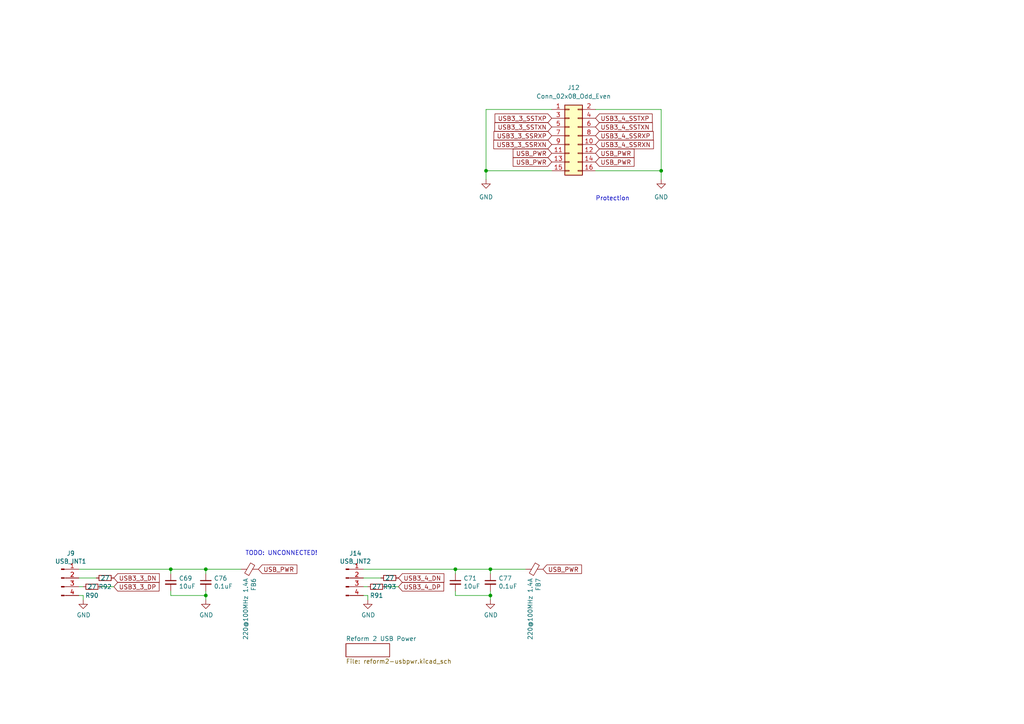
<source format=kicad_sch>
(kicad_sch (version 20231120) (generator "eeschema") (generator_version "8.0")
  (paper "A4")
  (title_block (title "MNT Reform 2 USB") (date "2023-02-13") (rev "2.5D-2") (company "MNT Research GmbH") (comment 1 "https://mntre.com") (comment 2 "Engineer: Lukas F. Hartmann") (comment 3 "License: CERN-OHL-S 2.0"))
  (lib_symbols
    (symbol "Connector:Conn_01x04_Male" (pin_names (offset 1.016) hide)
      (property "Reference" "J" (at 0 5.08 0))
      (property "Value" "Conn_01x04_Male" (at 0 -7.62 0))
      (symbol "Conn_01x04_Male_1_1"
        (polyline (pts (xy 1.27 -5.08) (xy 0.8636 -5.08)) (stroke (width 0.1524)))
        (polyline (pts (xy 1.27 -2.54) (xy 0.8636 -2.54)) (stroke (width 0.1524)))
        (polyline (pts (xy 1.27 0) (xy 0.8636 0)) (stroke (width 0.1524)))
        (polyline (pts (xy 1.27 2.54) (xy 0.8636 2.54)) (stroke (width 0.1524)))
        (rectangle (start 0.8636 -4.953) (end 0 -5.207) (stroke (width 0.1524)) (fill (type outline)))
        (rectangle (start 0.8636 -2.413) (end 0 -2.667) (stroke (width 0.1524)) (fill (type outline)))
        (rectangle (start 0.8636 0.127) (end 0 -0.127) (stroke (width 0.1524)) (fill (type outline)))
        (rectangle (start 0.8636 2.667) (end 0 2.413) (stroke (width 0.1524)) (fill (type outline)))
        (pin passive line (at 5.08 2.54 180) (length 3.81) (name "Pin_1") (number "1"))
        (pin passive line (at 5.08 0 180) (length 3.81) (name "Pin_2") (number "2"))
        (pin passive line (at 5.08 -2.54 180) (length 3.81) (name "Pin_3") (number "3"))
        (pin passive line (at 5.08 -5.08 180) (length 3.81) (name "Pin_4") (number "4"))
      )
    )
    (symbol "Connector_Generic:Conn_02x08_Odd_Even" (pin_names (offset 1.016) hide)
      (property "Reference" "J" (at 1.27 10.16 0))
      (property "Value" "Conn_02x08_Odd_Even" (at 1.27 -12.7 0))
      (symbol "Conn_02x08_Odd_Even_1_1"
        (rectangle (start -1.27 -10.033) (end 0 -10.287) (stroke (width 0.1524)))
        (rectangle (start -1.27 -7.493) (end 0 -7.747) (stroke (width 0.1524)))
        (rectangle (start -1.27 -4.953) (end 0 -5.207) (stroke (width 0.1524)))
        (rectangle (start -1.27 -2.413) (end 0 -2.667) (stroke (width 0.1524)))
        (rectangle (start -1.27 0.127) (end 0 -0.127) (stroke (width 0.1524)))
        (rectangle (start -1.27 2.667) (end 0 2.413) (stroke (width 0.1524)))
        (rectangle (start -1.27 5.207) (end 0 4.953) (stroke (width 0.1524)))
        (rectangle (start -1.27 7.747) (end 0 7.493) (stroke (width 0.1524)))
        (rectangle (start -1.27 8.89) (end 3.81 -11.43) (stroke (width 0.254)) (fill (type background)))
        (rectangle (start 3.81 -10.033) (end 2.54 -10.287) (stroke (width 0.1524)))
        (rectangle (start 3.81 -7.493) (end 2.54 -7.747) (stroke (width 0.1524)))
        (rectangle (start 3.81 -4.953) (end 2.54 -5.207) (stroke (width 0.1524)))
        (rectangle (start 3.81 -2.413) (end 2.54 -2.667) (stroke (width 0.1524)))
        (rectangle (start 3.81 0.127) (end 2.54 -0.127) (stroke (width 0.1524)))
        (rectangle (start 3.81 2.667) (end 2.54 2.413) (stroke (width 0.1524)))
        (rectangle (start 3.81 5.207) (end 2.54 4.953) (stroke (width 0.1524)))
        (rectangle (start 3.81 7.747) (end 2.54 7.493) (stroke (width 0.1524)))
        (pin passive line (at -5.08 7.62 0) (length 3.81) (name "Pin_1") (number "1"))
        (pin passive line (at 7.62 -2.54 180) (length 3.81) (name "Pin_10") (number "10"))
        (pin passive line (at -5.08 -5.08 0) (length 3.81) (name "Pin_11") (number "11"))
        (pin passive line (at 7.62 -5.08 180) (length 3.81) (name "Pin_12") (number "12"))
        (pin passive line (at -5.08 -7.62 0) (length 3.81) (name "Pin_13") (number "13"))
        (pin passive line (at 7.62 -7.62 180) (length 3.81) (name "Pin_14") (number "14"))
        (pin passive line (at -5.08 -10.16 0) (length 3.81) (name "Pin_15") (number "15"))
        (pin passive line (at 7.62 -10.16 180) (length 3.81) (name "Pin_16") (number "16"))
        (pin passive line (at 7.62 7.62 180) (length 3.81) (name "Pin_2") (number "2"))
        (pin passive line (at -5.08 5.08 0) (length 3.81) (name "Pin_3") (number "3"))
        (pin passive line (at 7.62 5.08 180) (length 3.81) (name "Pin_4") (number "4"))
        (pin passive line (at -5.08 2.54 0) (length 3.81) (name "Pin_5") (number "5"))
        (pin passive line (at 7.62 2.54 180) (length 3.81) (name "Pin_6") (number "6"))
        (pin passive line (at -5.08 0 0) (length 3.81) (name "Pin_7") (number "7"))
        (pin passive line (at 7.62 0 180) (length 3.81) (name "Pin_8") (number "8"))
        (pin passive line (at -5.08 -2.54 0) (length 3.81) (name "Pin_9") (number "9"))
      )
    )
    (symbol "Device:C_Small" (pin_numbers hide) (pin_names (offset 0.254) hide)
      (property "Reference" "C" (at 0.254 1.778 0))
      (property "Value" "C_Small" (at 0.254 -2.032 0))
      (symbol "C_Small_0_1"
        (polyline (pts (xy -1.524 -0.508) (xy 1.524 -0.508)) (stroke (width 0.3302)))
        (polyline (pts (xy -1.524 0.508) (xy 1.524 0.508)) (stroke (width 0.3048)))
      )
      (symbol "C_Small_1_1"
        (pin passive line (at 0 2.54 270) (length 2.032) (name "~") (number "1"))
        (pin passive line (at 0 -2.54 90) (length 2.032) (name "~") (number "2"))
      )
    )
    (symbol "Device:FerriteBead_Small" (pin_numbers hide) (pin_names (offset 0))
      (property "Reference" "FB" (at 1.905 1.27 0))
      (property "Value" "FerriteBead_Small" (at 1.905 -1.27 0))
      (symbol "FerriteBead_Small_0_1"
        (polyline (pts (xy 0 -1.27) (xy 0 -0.7874)))
        (polyline (pts (xy 0 0.889) (xy 0 1.2954)))
        (polyline (pts (xy -1.8288 0.2794) (xy -1.1176 1.4986) (xy 1.8288 -0.2032) (xy 1.1176 -1.4224) (xy -1.8288 0.2794)))
      )
      (symbol "FerriteBead_Small_1_1"
        (pin passive line (at 0 2.54 270) (length 1.27) (name "~") (number "1"))
        (pin passive line (at 0 -2.54 90) (length 1.27) (name "~") (number "2"))
      )
    )
    (symbol "Device:R_Small" (pin_numbers hide) (pin_names (offset 0.254) hide)
      (property "Reference" "R" (at 0.762 0.508 0))
      (property "Value" "R_Small" (at 0.762 -1.016 0))
      (symbol "R_Small_0_1"
        (rectangle (start -0.762 1.778) (end 0.762 -1.778) (stroke (width 0.2032)))
      )
      (symbol "R_Small_1_1"
        (pin passive line (at 0 2.54 270) (length 0.762) (name "~") (number "1"))
        (pin passive line (at 0 -2.54 90) (length 0.762) (name "~") (number "2"))
      )
    )
    (symbol "PWR_FLAG_1" (power) (pin_numbers hide) (pin_names (offset 0) hide)
      (property "Value" "PWR_FLAG_1" (at 0 3.81 0))
      (symbol "PWR_FLAG_1_0_0"
        (pin power_out line (at 0 0 90) (length 0) (name "pwr") (number "1"))
      )
      (symbol "PWR_FLAG_1_0_1"
        (polyline (pts (xy 0 0) (xy 0 1.27) (xy -1.016 1.905) (xy 0 2.54) (xy 1.016 1.905) (xy 0 1.27)))
      )
    )
    (symbol "power:+1V2" (power) (pin_names (offset 0))
      (property "Value" "+1V2" (at 0 3.556 0))
      (symbol "+1V2_0_1"
        (polyline (pts (xy -0.762 1.27) (xy 0 2.54)))
        (polyline (pts (xy 0 0) (xy 0 2.54)))
        (polyline (pts (xy 0 2.54) (xy 0.762 1.27)))
      )
      (symbol "+1V2_1_1"
        (pin power_in line (at 0 0 90) (length 0) hide (name "+1V2") (number "1"))
      )
    )
    (symbol "power:GND" (power) (pin_names (offset 0))
      (property "Value" "GND" (at 0 -3.81 0))
      (symbol "GND_0_1"
        (polyline (pts (xy 0 0) (xy 0 -1.27) (xy 1.27 -1.27) (xy 0 -2.54) (xy -1.27 -1.27) (xy 0 -1.27)))
      )
      (symbol "GND_1_1"
        (pin power_in line (at 0 0 270) (length 0) hide (name "GND") (number "1"))
      )
    )
  )
  (junction (at 110.49 -13.97))
  (junction (at 49.53 165.1))
  (junction (at 59.69 172.72))
  (junction (at 77.47 -54.61))
  (junction (at 72.39 -20.32))
  (junction (at 85.09 -54.61))
  (junction (at 107.95 -62.23))
  (junction (at 95.25 -20.32))
  (junction (at 92.71 -62.23))
  (junction (at 63.5 -20.32))
  (junction (at 87.63 -13.97))
  (junction (at 85.09 -62.23))
  (junction (at 87.63 -20.32))
  (junction (at 115.57 -62.23))
  (junction (at 118.11 -13.97))
  (junction (at 118.11 -20.32))
  (junction (at 102.87 -20.32))
  (junction (at 132.08 165.1))
  (junction (at 142.24 165.1))
  (junction (at 48.26 -13.97))
  (junction (at 110.49 -20.32))
  (junction (at 125.73 -20.32))
  (junction (at 77.47 -62.23))
  (junction (at 100.33 -62.23))
  (junction (at 80.01 -20.32))
  (junction (at 92.71 -54.61))
  (junction (at 140.97 49.53))
  (junction (at 125.73 -13.97))
  (junction (at 142.24 172.72))
  (junction (at 59.69 165.1))
  (junction (at 48.26 -20.32))
  (junction (at 69.85 -62.23))
  (junction (at 63.5 -13.97))
  (junction (at 80.01 -13.97))
  (junction (at 95.25 -13.97))
  (junction (at 107.95 -54.61))
  (junction (at 134.62 -20.32))
  (junction (at 102.87 -13.97))
  (junction (at 100.33 -54.61))
  (junction (at 55.88 -13.97))
  (junction (at 55.88 -20.32))
  (junction (at 72.39 -13.97))
  (junction (at 40.64 -20.32))
  (junction (at 191.77 49.53))
  (wire (pts (xy 55.88 -20.32) (xy 55.88 -19.05)))
  (wire (pts (xy 59.69 166.37) (xy 59.69 165.1)))
  (wire (pts (xy 142.24 165.1) (xy 152.4 165.1)))
  (wire (pts (xy 110.49 -20.32) (xy 118.11 -20.32)))
  (wire (pts (xy 102.87 -13.97) (xy 95.25 -13.97)))
  (wire (pts (xy 69.85 -55.88) (xy 69.85 -54.61)))
  (wire (pts (xy 36.83 -73.66) (xy 40.64 -73.66)))
  (wire (pts (xy 132.08 166.37) (xy 132.08 165.1)))
  (wire (pts (xy 100.33 -62.23) (xy 92.71 -62.23)))
  (wire (pts (xy 142.24 173.99) (xy 142.24 172.72)))
  (wire (pts (xy 140.97 49.53) (xy 140.97 31.75)))
  (wire (pts (xy 48.26 -13.97) (xy 40.64 -13.97)))
  (wire (pts (xy 125.73 -20.32) (xy 125.73 -19.05)))
  (wire (pts (xy 24.13 173.99) (xy 24.13 172.72)))
  (wire (pts (xy 107.95 -62.23) (xy 107.95 -60.96)))
  (wire (pts (xy 63.5 -20.32) (xy 63.5 -19.05)))
  (wire (pts (xy 24.13 172.72) (xy 22.86 172.72)))
  (wire (pts (xy 55.88 -13.97) (xy 63.5 -13.97)))
  (wire (pts (xy 40.64 -67.31) (xy 40.64 -62.23)))
  (wire (pts (xy 111.76 170.18) (xy 115.57 170.18)))
  (wire (pts (xy 77.47 -62.23) (xy 69.85 -62.23)))
  (wire (pts (xy 172.72 49.53) (xy 191.77 49.53)))
  (wire (pts (xy 142.24 166.37) (xy 142.24 165.1)))
  (wire (pts (xy 85.09 -62.23) (xy 77.47 -62.23)))
  (wire (pts (xy 85.09 -62.23) (xy 85.09 -60.96)))
  (wire (pts (xy 48.26 -20.32) (xy 55.88 -20.32)))
  (wire (pts (xy 69.85 -62.23) (xy 69.85 -60.96)))
  (wire (pts (xy 55.88 -20.32) (xy 63.5 -20.32)))
  (wire (pts (xy 107.95 -62.23) (xy 100.33 -62.23)))
  (wire (pts (xy 40.64 -73.66) (xy 40.64 -72.39)))
  (wire (pts (xy 191.77 49.53) (xy 191.77 31.75)))
  (wire (pts (xy 85.09 -55.88) (xy 85.09 -54.61)))
  (wire (pts (xy 27.94 167.64) (xy 22.86 167.64)))
  (wire (pts (xy 140.97 49.53) (xy 160.02 49.53)))
  (wire (pts (xy 63.5 -20.32) (xy 72.39 -20.32)))
  (wire (pts (xy 72.39 -20.32) (xy 80.01 -20.32)))
  (wire (pts (xy 87.63 -20.32) (xy 95.25 -20.32)))
  (wire (pts (xy 132.08 171.45) (xy 132.08 172.72)))
  (wire (pts (xy 77.47 -55.88) (xy 77.47 -54.61)))
  (wire (pts (xy 100.33 -62.23) (xy 100.33 -60.96)))
  (wire (pts (xy 125.73 -13.97) (xy 118.11 -13.97)))
  (wire (pts (xy 85.09 -54.61) (xy 77.47 -54.61)))
  (wire (pts (xy 125.73 -10.16) (xy 125.73 -13.97)))
  (wire (pts (xy 59.69 172.72) (xy 59.69 171.45)))
  (wire (pts (xy 142.24 172.72) (xy 142.24 171.45)))
  (wire (pts (xy 63.5 -13.97) (xy 72.39 -13.97)))
  (wire (pts (xy 115.57 -62.23) (xy 119.38 -62.23)))
  (wire (pts (xy 107.95 -54.61) (xy 100.33 -54.61)))
  (wire (pts (xy 55.88 -13.97) (xy 48.26 -13.97)))
  (wire (pts (xy 107.95 -50.8) (xy 107.95 -54.61)))
  (wire (pts (xy 110.49 -13.97) (xy 102.87 -13.97)))
  (wire (pts (xy 92.71 -55.88) (xy 92.71 -54.61)))
  (wire (pts (xy 118.11 -20.32) (xy 118.11 -19.05)))
  (wire (pts (xy 95.25 -20.32) (xy 102.87 -20.32)))
  (wire (pts (xy 92.71 -62.23) (xy 85.09 -62.23)))
  (wire (pts (xy 48.26 -20.32) (xy 48.26 -19.05)))
  (wire (pts (xy 125.73 -20.32) (xy 134.62 -20.32)))
  (wire (pts (xy 102.87 -20.32) (xy 110.49 -20.32)))
  (wire (pts (xy 22.86 170.18) (xy 24.13 170.18)))
  (wire (pts (xy 95.25 -13.97) (xy 87.63 -13.97)))
  (wire (pts (xy 40.64 -36.83) (xy 40.64 -34.29)))
  (wire (pts (xy 22.86 165.1) (xy 49.53 165.1)))
  (wire (pts (xy 100.33 -55.88) (xy 100.33 -54.61)))
  (wire (pts (xy 29.21 170.18) (xy 33.02 170.18)))
  (wire (pts (xy 106.68 170.18) (xy 105.41 170.18)))
  (wire (pts (xy 49.53 172.72) (xy 59.69 172.72)))
  (wire (pts (xy 59.69 173.99) (xy 59.69 172.72)))
  (wire (pts (xy 87.63 -20.32) (xy 87.63 -19.05)))
  (wire (pts (xy 72.39 -13.97) (xy 80.01 -13.97)))
  (wire (pts (xy 140.97 31.75) (xy 160.02 31.75)))
  (wire (pts (xy 49.53 171.45) (xy 49.53 172.72)))
  (wire (pts (xy 191.77 52.07) (xy 191.77 49.53)))
  (wire (pts (xy 87.63 -13.97) (xy 80.01 -13.97)))
  (wire (pts (xy 118.11 -13.97) (xy 110.49 -13.97)))
  (wire (pts (xy 132.08 172.72) (xy 142.24 172.72)))
  (wire (pts (xy 110.49 167.64) (xy 105.41 167.64)))
  (wire (pts (xy 134.62 -20.32) (xy 139.7 -20.32)))
  (wire (pts (xy 106.68 172.72) (xy 105.41 172.72)))
  (wire (pts (xy 102.87 -20.32) (xy 102.87 -19.05)))
  (wire (pts (xy 40.64 -62.23) (xy 69.85 -62.23)))
  (wire (pts (xy 40.64 -20.32) (xy 40.64 -19.05)))
  (wire (pts (xy 49.53 166.37) (xy 49.53 165.1)))
  (wire (pts (xy 142.24 165.1) (xy 132.08 165.1)))
  (wire (pts (xy 140.97 52.07) (xy 140.97 49.53)))
  (wire (pts (xy 77.47 -54.61) (xy 69.85 -54.61)))
  (wire (pts (xy 106.68 173.99) (xy 106.68 172.72)))
  (wire (pts (xy 77.47 -62.23) (xy 77.47 -60.96)))
  (wire (pts (xy 105.41 165.1) (xy 132.08 165.1)))
  (wire (pts (xy 118.11 -20.32) (xy 125.73 -20.32)))
  (wire (pts (xy 92.71 -62.23) (xy 92.71 -60.96)))
  (wire (pts (xy 172.72 31.75) (xy 191.77 31.75)))
  (wire (pts (xy 95.25 -20.32) (xy 95.25 -19.05)))
  (wire (pts (xy 59.69 165.1) (xy 49.53 165.1)))
  (wire (pts (xy 92.71 -54.61) (xy 85.09 -54.61)))
  (wire (pts (xy 59.69 165.1) (xy 69.85 165.1)))
  (wire (pts (xy 72.39 -20.32) (xy 72.39 -19.05)))
  (wire (pts (xy 107.95 -62.23) (xy 115.57 -62.23)))
  (wire (pts (xy 40.64 -20.32) (xy 48.26 -20.32)))
  (wire (pts (xy 107.95 -55.88) (xy 107.95 -54.61)))
  (wire (pts (xy 80.01 -20.32) (xy 80.01 -19.05)))
  (wire (pts (xy 40.64 -29.21) (xy 40.64 -20.32)))
  (wire (pts (xy 100.33 -54.61) (xy 92.71 -54.61)))
  (wire (pts (xy 110.49 -20.32) (xy 110.49 -19.05)))
  (wire (pts (xy 80.01 -20.32) (xy 87.63 -20.32)))
  (text "USB Hub" (at 68.58 -90.17 0) (effects (font (size 2.54 2.54)) (justify left bottom)))
  (text "Up to 780mA load!" (at 31.75 -44.45 0) (effects (font (size 1.27 1.27)) (justify left bottom)))
  (text "1V1 is slightly overdriven by 1.2V. Datasheet says 1.26V max." (at 46.99 -29.21 0) (effects (font (size 1.27 1.27)) (justify left bottom)))
  (text "TODO: UNCONNECTED!" (at 71.12 161.29 0) (effects (font (size 1.27 1.27)) (justify left bottom)))
  (text "Protection" (at 172.72 58.42 0) (effects (font (size 1.27 1.27)) (justify left bottom)))
  (global_label "USB_PWR" (shape input) (at 172.72 46.99 0) (property "Intersheetrefs" "${INTERSHEET_REFS}" (effects (hide yes))))
  (global_label "USB3_3_DP" (shape input) (at 33.02 170.18 0) (property "Intersheetrefs" "${INTERSHEET_REFS}" (effects (hide yes))))
  (global_label "USB3_3_SSRXN" (shape input) (at 160.02 41.91 180) (property "Intersheetrefs" "${INTERSHEET_REFS}" (effects (hide yes))))
  (global_label "USB_PWR" (shape input) (at 74.93 165.1 0) (property "Intersheetrefs" "${INTERSHEET_REFS}" (effects (hide yes))))
  (global_label "USB3_4_SSTXN" (shape input) (at 172.72 36.83 0) (property "Intersheetrefs" "${INTERSHEET_REFS}" (effects (hide yes))))
  (global_label "USB_PWR" (shape input) (at 160.02 46.99 180) (property "Intersheetrefs" "${INTERSHEET_REFS}" (effects (hide yes))))
  (global_label "USB3_4_SSRXN" (shape input) (at 172.72 41.91 0) (property "Intersheetrefs" "${INTERSHEET_REFS}" (effects (hide yes))))
  (global_label "USB3_4_SSTXP" (shape input) (at 172.72 34.29 0) (property "Intersheetrefs" "${INTERSHEET_REFS}" (effects (hide yes))))
  (global_label "USB3_4_DN" (shape input) (at 115.57 167.64 0) (property "Intersheetrefs" "${INTERSHEET_REFS}" (effects (hide yes))))
  (global_label "USB_PWR" (shape input) (at 172.72 44.45 0) (property "Intersheetrefs" "${INTERSHEET_REFS}" (effects (hide yes))))
  (global_label "USB_PWR" (shape input) (at 157.48 165.1 0) (property "Intersheetrefs" "${INTERSHEET_REFS}" (effects (hide yes))))
  (global_label "USB3_3_DN" (shape input) (at 33.02 167.64 0) (property "Intersheetrefs" "${INTERSHEET_REFS}" (effects (hide yes))))
  (global_label "3V3_PWR_AUX" (shape input) (at 36.83 -73.66 180) (property "Intersheetrefs" "${INTERSHEET_REFS}" (effects (hide yes))))
  (global_label "USB3_3_SSRXP" (shape input) (at 160.02 39.37 180) (property "Intersheetrefs" "${INTERSHEET_REFS}" (effects (hide yes))))
  (global_label "USBH_1V1" (shape input) (at 139.7 -20.32 0) (property "Intersheetrefs" "${INTERSHEET_REFS}" (effects (hide yes))))
  (global_label "USB3_3_SSTXP" (shape input) (at 160.02 34.29 180) (property "Intersheetrefs" "${INTERSHEET_REFS}" (effects (hide yes))))
  (global_label "USB3_4_DP" (shape input) (at 115.57 170.18 0) (property "Intersheetrefs" "${INTERSHEET_REFS}" (effects (hide yes))))
  (global_label "USB3_4_SSRXP" (shape input) (at 172.72 39.37 0) (property "Intersheetrefs" "${INTERSHEET_REFS}" (effects (hide yes))))
  (global_label "USB_PWR" (shape input) (at 160.02 44.45 180) (property "Intersheetrefs" "${INTERSHEET_REFS}" (effects (hide yes))))
  (global_label "USBH_3V3" (shape input) (at 119.38 -62.23 0) (property "Intersheetrefs" "${INTERSHEET_REFS}" (effects (hide yes))))
  (global_label "USB3_3_SSTXN" (shape input) (at 160.02 36.83 180) (property "Intersheetrefs" "${INTERSHEET_REFS}" (effects (hide yes))))
  (symbol (lib_id "power:GND") (at 24.13 173.99 0) (unit 1)
    (property "Reference" "#PWR0195" (effects (hide yes)))
    (property "Value" "GND" (at 24.257 178.3842 0))
  )
  (symbol (lib_id "power:GND") (at 106.68 173.99 0) (unit 1)
    (property "Reference" "#PWR0196" (effects (hide yes)))
    (property "Value" "GND" (at 106.807 178.3842 0))
  )
  (symbol (lib_id "Device:R_Small") (at 26.67 170.18 270) (unit 1)
    (property "Reference" "R90" (at 26.67 172.72 90))
    (property "Value" "27" (at 26.67 170.18 90))
    (property "Footprint" "Resistor_SMD:R_0603_1608Metric" (effects (hide yes)))
    (property "Manufacturer" "Yageo" (effects (hide yes)))
    (property "Manufacturer_No" "RC0603FR-0727RL" (effects (hide yes)))
    (property "Checked" "y" (effects (hide yes)))
    (property "Distributor" "Mouser" (effects (hide yes)))
  )
  (symbol (lib_id "Device:R_Small") (at 30.48 167.64 270) (unit 1)
    (property "Reference" "R92" (at 30.48 170.18 90))
    (property "Value" "27" (at 30.48 167.64 90))
    (property "Footprint" "Resistor_SMD:R_0603_1608Metric" (effects (hide yes)))
    (property "Manufacturer" "Yageo" (effects (hide yes)))
    (property "Manufacturer_No" "RC0603FR-0727RL" (effects (hide yes)))
    (property "Checked" "y" (effects (hide yes)))
    (property "Distributor" "Mouser" (effects (hide yes)))
  )
  (symbol (lib_id "Device:R_Small") (at 109.22 170.18 270) (unit 1)
    (property "Reference" "R91" (at 109.22 172.72 90))
    (property "Value" "27" (at 109.22 170.18 90))
    (property "Footprint" "Resistor_SMD:R_0603_1608Metric" (effects (hide yes)))
    (property "Manufacturer" "Yageo" (effects (hide yes)))
    (property "Manufacturer_No" "RC0603FR-0727RL" (effects (hide yes)))
    (property "Checked" "y" (effects (hide yes)))
    (property "Distributor" "Mouser" (effects (hide yes)))
  )
  (symbol (lib_id "Device:R_Small") (at 113.03 167.64 270) (unit 1)
    (property "Reference" "R93" (at 113.03 170.18 90))
    (property "Value" "27" (at 113.03 167.64 90))
    (property "Footprint" "Resistor_SMD:R_0603_1608Metric" (effects (hide yes)))
    (property "Manufacturer" "Yageo" (effects (hide yes)))
    (property "Manufacturer_No" "RC0603FR-0727RL" (effects (hide yes)))
    (property "Checked" "y" (effects (hide yes)))
    (property "Distributor" "Mouser" (effects (hide yes)))
  )
  (symbol (lib_id "Device:FerriteBead_Small") (at 40.64 -31.75 0) (unit 1)
    (property "Reference" "FB2" (at 34.29 -34.29 0) (effects (justify left)))
    (property "Value" "220@100MHz 1.4A" (at 20.32 -31.75 0) (effects (justify left)))
    (property "Footprint" "Inductor_SMD:L_0603_1608Metric" (effects (hide yes)))
    (property "Manufacturer" "Murata" (effects (hide yes)))
    (property "Manufacturer_No" "BLM18PG221SH1D" (effects (hide yes)))
    (property "Checked" "y" (effects (hide yes)))
    (property "Distributor" "Mouser" (effects (hide yes)))
  )
  (symbol (lib_id "Device:FerriteBead_Small") (at 40.64 -69.85 0) (unit 1)
    (property "Reference" "FB1" (at 43.18 -71.0184 0) (effects (justify left)))
    (property "Value" "220@100MHz 1.4A" (at 43.18 -68.707 0) (effects (justify left)))
    (property "Footprint" "Inductor_SMD:L_0603_1608Metric" (effects (hide yes)))
    (property "Manufacturer_No" "BLM18PG221SH1D" (effects (hide yes)))
    (property "Manufacturer" "Murata" (effects (hide yes)))
    (property "Checked" "y" (effects (hide yes)))
    (property "Distributor" "Mouser" (effects (hide yes)))
  )
  (symbol (lib_id "Connector:Conn_01x04_Male") (at 100.33 167.64 0) (unit 1)
    (property "Reference" "J14" (at 103.0732 160.5026 0))
    (property "Value" "USB_INT2" (at 103.0732 162.814 0))
    (property "Footprint" "Connector_JST:JST_PH_B4B-PH-K_1x04_P2.00mm_Vertical" (effects (hide yes)))
    (property "Manufacturer" "JST" (effects (hide yes)))
    (property "Manufacturer_No" "B4B-PH-K-S(LF)(SN)" (effects (hide yes)))
    (property "Checked" "y" (effects (hide yes)))
    (property "Distributor" "Digikey" (effects (hide yes)))
  )
  (symbol (lib_id "Device:C_Small") (at 59.69 168.91 0) (unit 1)
    (property "Reference" "C76" (at 62.0268 167.7416 0) (effects (justify left)))
    (property "Value" "0.1uF" (at 62.0268 170.053 0) (effects (justify left)))
    (property "Footprint" "Capacitor_SMD:C_0603_1608Metric" (effects (hide yes)))
    (property "Manufacturer" "Yageo" (effects (hide yes)))
    (property "Manufacturer_No" "CC0603JPX7R9BB104" (effects (hide yes)))
    (property "Checked" "y" (effects (hide yes)))
    (property "Distributor" "Mouser" (effects (hide yes)))
  )
  (symbol (lib_id "power:GND") (at 59.69 173.99 0) (unit 1)
    (property "Reference" "#PWR0201" (effects (hide yes)))
    (property "Value" "GND" (at 59.817 178.3842 0))
  )
  (symbol (lib_id "Device:C_Small") (at 142.24 168.91 0) (unit 1)
    (property "Reference" "C77" (at 144.5768 167.7416 0) (effects (justify left)))
    (property "Value" "0.1uF" (at 144.5768 170.053 0) (effects (justify left)))
    (property "Footprint" "Capacitor_SMD:C_0603_1608Metric" (effects (hide yes)))
    (property "Manufacturer" "Yageo" (effects (hide yes)))
    (property "Manufacturer_No" "CC0603JPX7R9BB104" (effects (hide yes)))
    (property "Checked" "y" (effects (hide yes)))
    (property "Distributor" "Mouser" (effects (hide yes)))
  )
  (symbol (lib_id "power:GND") (at 142.24 173.99 0) (unit 1)
    (property "Reference" "#PWR0202" (effects (hide yes)))
    (property "Value" "GND" (at 142.367 178.3842 0))
  )
  (symbol (lib_id "Device:FerriteBead_Small") (at 72.39 165.1 270) (unit 1)
    (property "Reference" "FB6" (at 73.5584 167.64 0) (effects (justify left)))
    (property "Value" "220@100MHz 1.4A" (at 71.247 167.64 0) (effects (justify left)))
    (property "Footprint" "Inductor_SMD:L_0603_1608Metric" (effects (hide yes)))
    (property "Manufacturer_No" "BLM18PG221SH1D" (effects (hide yes)))
    (property "Manufacturer" "Murata" (effects (hide yes)))
    (property "Checked" "y" (effects (hide yes)))
    (property "Distributor" "Mouser" (effects (hide yes)))
  )
  (symbol (lib_id "Device:FerriteBead_Small") (at 154.94 165.1 270) (unit 1)
    (property "Reference" "FB7" (at 156.1084 167.64 0) (effects (justify left)))
    (property "Value" "220@100MHz 1.4A" (at 153.797 167.64 0) (effects (justify left)))
    (property "Footprint" "Inductor_SMD:L_0603_1608Metric" (effects (hide yes)))
    (property "Manufacturer_No" "BLM18PG221SH1D" (effects (hide yes)))
    (property "Manufacturer" "Murata" (effects (hide yes)))
    (property "Checked" "y" (effects (hide yes)))
    (property "Distributor" "Mouser" (effects (hide yes)))
  )
  (symbol (lib_id "power:+1V2") (at 40.64 -36.83 0) (unit 1)
    (property "Reference" "#PWR0216" (effects (hide yes)))
    (property "Value" "+1V2" (at 41.021 -41.2242 0))
  )
  (symbol (lib_id "Device:C_Small") (at 49.53 168.91 0) (unit 1)
    (property "Reference" "C69" (at 51.8668 167.7416 0) (effects (justify left)))
    (property "Value" "10uF" (at 51.8668 170.053 0) (effects (justify left)))
    (property "Footprint" "Capacitor_SMD:C_0603_1608Metric" (effects (hide yes)))
    (property "Manufacturer" "Murata" (effects (hide yes)))
    (property "Manufacturer_No" "GRM188R6YA106MA73D" (effects (hide yes)))
    (property "Checked" "y" (effects (hide yes)))
    (property "Distributor" "Mouser" (effects (hide yes)))
  )
  (symbol (lib_id "Device:C_Small") (at 132.08 168.91 0) (unit 1)
    (property "Reference" "C71" (at 134.4168 167.7416 0) (effects (justify left)))
    (property "Value" "10uF" (at 134.4168 170.053 0) (effects (justify left)))
    (property "Footprint" "Capacitor_SMD:C_0603_1608Metric" (effects (hide yes)))
    (property "Manufacturer" "Murata" (effects (hide yes)))
    (property "Manufacturer_No" "GRM188R6YA106MA73D" (effects (hide yes)))
    (property "Checked" "y" (effects (hide yes)))
    (property "Distributor" "Mouser" (effects (hide yes)))
  )
  (symbol (lib_id "Connector:Conn_01x04_Male") (at 17.78 167.64 0) (unit 1)
    (property "Reference" "J9" (at 20.5232 160.5026 0))
    (property "Value" "USB_INT1" (at 20.5232 162.814 0))
    (property "Footprint" "Connector_JST:JST_PH_B4B-PH-K_1x04_P2.00mm_Vertical" (effects (hide yes)))
    (property "Manufacturer" "JST" (effects (hide yes)))
    (property "Manufacturer_No" "B4B-PH-K-S(LF)(SN)" (effects (hide yes)))
    (property "Checked" "y" (effects (hide yes)))
    (property "Distributor" "Digikey" (effects (hide yes)))
  )
  (symbol (lib_id "Device:C_Small") (at 107.95 -58.42 0) (mirror y) (unit 1)
    (property "Reference" "C89" (at 107.696 -60.198 0) (effects (justify left)))
    (property "Value" "1uF" (at 110.49 -64.77 0) (effects (justify left)))
    (property "Footprint" "Capacitor_SMD:C_0603_1608Metric" (effects (hide yes)))
    (property "Manufacturer" "Taiyo Yuden" (effects (hide yes)))
    (property "Manufacturer_No" "UMK107BJ105KA-T" (effects (hide yes)))
    (property "Checked" "y" (effects (hide yes)))
    (property "Distributor" "Mouser" (effects (hide yes)))
  )
  (symbol (lib_id "Device:C_Small") (at 69.85 -58.42 0) (mirror y) (unit 1)
    (property "Reference" "C14" (at 69.596 -60.198 0) (effects (justify left)))
    (property "Value" "0.1uF" (at 72.39 -64.77 0) (effects (justify left)))
    (property "Footprint" "Capacitor_SMD:C_0603_1608Metric" (effects (hide yes)))
    (property "Manufacturer" "Yageo" (effects (hide yes)))
    (property "Manufacturer_No" "CC0603JPX7R9BB104" (effects (hide yes)))
    (property "Checked" "y" (effects (hide yes)))
    (property "Distributor" "Mouser" (effects (hide yes)))
  )
  (symbol (lib_id "Device:C_Small") (at 125.73 -16.51 0) (mirror y) (unit 1)
    (property "Reference" "C92" (at 125.476 -18.288 0) (effects (justify left)))
    (property "Value" "10uF" (at 128.27 -22.86 0) (effects (justify left)))
    (property "Footprint" "Capacitor_SMD:C_0603_1608Metric" (effects (hide yes)))
    (property "Manufacturer" "Murata" (effects (hide yes)))
    (property "Manufacturer_No" "GRM188R6YA106MA73D" (effects (hide yes)))
    (property "Checked" "y" (effects (hide yes)))
    (property "Distributor" "Mouser" (effects (hide yes)))
  )
  (symbol (lib_name "PWR_FLAG_1") (lib_id "power:PWR_FLAG") (at 115.57 -62.23 0) (unit 1)
    (property "Reference" "#FLG0124" (effects (hide yes)))
    (property "Value" "PWR_FLAG" (at 115.57 -66.04 0))
  )
  (symbol (lib_id "power:GND") (at 107.95 -50.8 0) (unit 1)
    (property "Reference" "#PWR0253" (effects (hide yes)))
    (property "Value" "GND" (at 107.95 -45.72 0))
  )
  (symbol (lib_id "Device:C_Small") (at 118.11 -16.51 0) (mirror y) (unit 1)
    (property "Reference" "C91" (at 117.856 -18.288 0) (effects (justify left)))
    (property "Value" "10uF" (at 120.65 -22.86 0) (effects (justify left)))
    (property "Footprint" "Capacitor_SMD:C_0603_1608Metric" (effects (hide yes)))
    (property "Manufacturer" "Murata" (effects (hide yes)))
    (property "Manufacturer_No" "GRM188R6YA106MA73D" (effects (hide yes)))
    (property "Checked" "y" (effects (hide yes)))
    (property "Distributor" "Mouser" (effects (hide yes)))
  )
  (symbol (lib_id "Device:C_Small") (at 100.33 -58.42 0) (mirror y) (unit 1)
    (property "Reference" "C87" (at 100.076 -60.198 0) (effects (justify left)))
    (property "Value" "1uF" (at 102.87 -64.77 0) (effects (justify left)))
    (property "Footprint" "Capacitor_SMD:C_0603_1608Metric" (effects (hide yes)))
    (property "Manufacturer" "Taiyo Yuden" (effects (hide yes)))
    (property "Manufacturer_No" "UMK107BJ105KA-T" (effects (hide yes)))
    (property "Checked" "y" (effects (hide yes)))
    (property "Distributor" "Mouser" (effects (hide yes)))
  )
  (symbol (lib_id "Device:C_Small") (at 95.25 -16.51 0) (mirror y) (unit 1)
    (property "Reference" "C86" (at 94.996 -18.288 0) (effects (justify left)))
    (property "Value" "0.1uF" (at 97.79 -22.86 0) (effects (justify left)))
    (property "Footprint" "Capacitor_SMD:C_0603_1608Metric" (effects (hide yes)))
    (property "Manufacturer" "Yageo" (effects (hide yes)))
    (property "Manufacturer_No" "CC0603JPX7R9BB104" (effects (hide yes)))
    (property "Checked" "y" (effects (hide yes)))
    (property "Distributor" "Mouser" (effects (hide yes)))
  )
  (symbol (lib_id "Device:C_Small") (at 80.01 -16.51 0) (mirror y) (unit 1)
    (property "Reference" "C21" (at 79.756 -18.288 0) (effects (justify left)))
    (property "Value" "0.1uF" (at 82.55 -22.86 0) (effects (justify left)))
    (property "Footprint" "Capacitor_SMD:C_0603_1608Metric" (effects (hide yes)))
    (property "Manufacturer" "Yageo" (effects (hide yes)))
    (property "Manufacturer_No" "CC0603JPX7R9BB104" (effects (hide yes)))
    (property "Checked" "y" (effects (hide yes)))
    (property "Distributor" "Mouser" (effects (hide yes)))
  )
  (symbol (lib_id "Device:C_Small") (at 92.71 -58.42 0) (mirror y) (unit 1)
    (property "Reference" "C73" (at 92.456 -60.198 0) (effects (justify left)))
    (property "Value" "1uF" (at 95.25 -64.77 0) (effects (justify left)))
    (property "Footprint" "Capacitor_SMD:C_0603_1608Metric" (effects (hide yes)))
    (property "Manufacturer" "Taiyo Yuden" (effects (hide yes)))
    (property "Manufacturer_No" "UMK107BJ105KA-T" (effects (hide yes)))
    (property "Checked" "y" (effects (hide yes)))
    (property "Distributor" "Mouser" (effects (hide yes)))
  )
  (symbol (lib_id "power:GND") (at 140.97 52.07 0) (unit 1)
    (property "Reference" "#PWR0259" (effects (hide yes)))
    (property "Value" "GND" (at 140.97 57.15 0))
  )
  (symbol (lib_id "Device:C_Small") (at 72.39 -16.51 0) (mirror y) (unit 1)
    (property "Reference" "C15" (at 72.136 -18.288 0) (effects (justify left)))
    (property "Value" "0.1uF" (at 74.93 -22.86 0) (effects (justify left)))
    (property "Footprint" "Capacitor_SMD:C_0603_1608Metric" (effects (hide yes)))
    (property "Manufacturer" "Yageo" (effects (hide yes)))
    (property "Manufacturer_No" "CC0603JPX7R9BB104" (effects (hide yes)))
    (property "Checked" "y" (effects (hide yes)))
    (property "Distributor" "Mouser" (effects (hide yes)))
  )
  (symbol (lib_id "Device:C_Small") (at 55.88 -16.51 0) (mirror y) (unit 1)
    (property "Reference" "C12" (at 55.626 -18.288 0) (effects (justify left)))
    (property "Value" "0.1uF" (at 58.42 -22.86 0) (effects (justify left)))
    (property "Footprint" "Capacitor_SMD:C_0603_1608Metric" (effects (hide yes)))
    (property "Manufacturer" "Yageo" (effects (hide yes)))
    (property "Manufacturer_No" "CC0603JPX7R9BB104" (effects (hide yes)))
    (property "Checked" "y" (effects (hide yes)))
    (property "Distributor" "Mouser" (effects (hide yes)))
  )
  (symbol (lib_id "Device:C_Small") (at 87.63 -16.51 0) (mirror y) (unit 1)
    (property "Reference" "C66" (at 87.376 -18.288 0) (effects (justify left)))
    (property "Value" "0.1uF" (at 90.17 -22.86 0) (effects (justify left)))
    (property "Footprint" "Capacitor_SMD:C_0603_1608Metric" (effects (hide yes)))
    (property "Manufacturer" "Yageo" (effects (hide yes)))
    (property "Manufacturer_No" "CC0603JPX7R9BB104" (effects (hide yes)))
    (property "Checked" "y" (effects (hide yes)))
    (property "Distributor" "Mouser" (effects (hide yes)))
  )
  (symbol (lib_id "Device:C_Small") (at 102.87 -16.51 0) (mirror y) (unit 1)
    (property "Reference" "C88" (at 102.616 -18.288 0) (effects (justify left)))
    (property "Value" "0.1uF" (at 105.41 -22.86 0) (effects (justify left)))
    (property "Footprint" "Capacitor_SMD:C_0603_1608Metric" (effects (hide yes)))
    (property "Manufacturer" "Yageo" (effects (hide yes)))
    (property "Manufacturer_No" "CC0603JPX7R9BB104" (effects (hide yes)))
    (property "Checked" "y" (effects (hide yes)))
    (property "Distributor" "Mouser" (effects (hide yes)))
  )
  (symbol (lib_id "power:GND") (at 125.73 -10.16 0) (unit 1)
    (property "Reference" "#PWR0243" (effects (hide yes)))
    (property "Value" "GND" (at 125.73 -5.08 0))
  )
  (symbol (lib_id "Device:C_Small") (at 110.49 -16.51 0) (mirror y) (unit 1)
    (property "Reference" "C90" (at 110.236 -18.288 0) (effects (justify left)))
    (property "Value" "0.1uF" (at 113.03 -22.86 0) (effects (justify left)))
    (property "Footprint" "Capacitor_SMD:C_0603_1608Metric" (effects (hide yes)))
    (property "Manufacturer" "Yageo" (effects (hide yes)))
    (property "Manufacturer_No" "CC0603JPX7R9BB104" (effects (hide yes)))
    (property "Checked" "y" (effects (hide yes)))
    (property "Distributor" "Mouser" (effects (hide yes)))
  )
  (symbol (lib_id "Device:C_Small") (at 85.09 -58.42 0) (mirror y) (unit 1)
    (property "Reference" "C43" (at 84.836 -60.198 0) (effects (justify left)))
    (property "Value" "0.1uF" (at 87.63 -64.77 0) (effects (justify left)))
    (property "Footprint" "Capacitor_SMD:C_0603_1608Metric" (effects (hide yes)))
    (property "Manufacturer" "Yageo" (effects (hide yes)))
    (property "Manufacturer_No" "CC0603JPX7R9BB104" (effects (hide yes)))
    (property "Checked" "y" (effects (hide yes)))
    (property "Distributor" "Mouser" (effects (hide yes)))
  )
  (symbol (lib_id "Device:C_Small") (at 48.26 -16.51 0) (mirror y) (unit 1)
    (property "Reference" "C11" (at 48.006 -18.288 0) (effects (justify left)))
    (property "Value" "0.1uF" (at 50.8 -22.86 0) (effects (justify left)))
    (property "Footprint" "Capacitor_SMD:C_0603_1608Metric" (effects (hide yes)))
    (property "Manufacturer" "Yageo" (effects (hide yes)))
    (property "Manufacturer_No" "CC0603JPX7R9BB104" (effects (hide yes)))
    (property "Checked" "y" (effects (hide yes)))
    (property "Distributor" "Mouser" (effects (hide yes)))
  )
  (symbol (lib_id "Connector_Generic:Conn_02x08_Odd_Even") (at 165.1 39.37 0) (unit 1)
    (property "Reference" "J12" (at 166.37 25.4 0))
    (property "Value" "Conn_02x08_Odd_Even" (at 166.37 27.94 0))
    (property "Footprint" "Connector_PinHeader_1.00mm:PinHeader_2x08_P1.00mm_Vertical_SMD" (effects (hide yes)))
    (property "Manufacturer" "Harwin" (effects (hide yes)))
    (property "Distributor" "Mouser" (effects (hide yes)))
    (property "Manufacturer_No" "M40-3200845R" (effects (hide yes)))
  )
  (symbol (lib_name "PWR_FLAG_1") (lib_id "power:PWR_FLAG") (at 134.62 -20.32 0) (unit 1)
    (property "Reference" "#FLG0125" (effects (hide yes)))
    (property "Value" "PWR_FLAG" (at 134.62 -24.13 0))
  )
  (symbol (lib_id "Device:C_Small") (at 77.47 -58.42 0) (mirror y) (unit 1)
    (property "Reference" "C20" (at 77.216 -60.198 0) (effects (justify left)))
    (property "Value" "0.1uF" (at 80.01 -64.77 0) (effects (justify left)))
    (property "Footprint" "Capacitor_SMD:C_0603_1608Metric" (effects (hide yes)))
    (property "Manufacturer" "Yageo" (effects (hide yes)))
    (property "Manufacturer_No" "CC0603JPX7R9BB104" (effects (hide yes)))
    (property "Checked" "y" (effects (hide yes)))
    (property "Distributor" "Mouser" (effects (hide yes)))
  )
  (symbol (lib_id "power:GND") (at 191.77 52.07 0) (unit 1)
    (property "Reference" "#PWR0258" (effects (hide yes)))
    (property "Value" "GND" (at 191.77 57.15 0))
  )
  (symbol (lib_id "Device:C_Small") (at 63.5 -16.51 0) (mirror y) (unit 1)
    (property "Reference" "C13" (at 63.246 -18.288 0) (effects (justify left)))
    (property "Value" "0.1uF" (at 66.04 -22.86 0) (effects (justify left)))
    (property "Footprint" "Capacitor_SMD:C_0603_1608Metric" (effects (hide yes)))
    (property "Manufacturer" "Yageo" (effects (hide yes)))
    (property "Manufacturer_No" "CC0603JPX7R9BB104" (effects (hide yes)))
    (property "Checked" "y" (effects (hide yes)))
    (property "Distributor" "Mouser" (effects (hide yes)))
  )
  (symbol (lib_id "Device:C_Small") (at 40.64 -16.51 0) (mirror y) (unit 1)
    (property "Reference" "C9" (at 40.386 -18.288 0) (effects (justify left)))
    (property "Value" "0.1uF" (at 43.18 -22.86 0) (effects (justify left)))
    (property "Footprint" "Capacitor_SMD:C_0603_1608Metric" (effects (hide yes)))
    (property "Manufacturer" "Yageo" (effects (hide yes)))
    (property "Manufacturer_No" "CC0603JPX7R9BB104" (effects (hide yes)))
    (property "Checked" "y" (effects (hide yes)))
    (property "Distributor" "Mouser" (effects (hide yes)))
  )
  (sheet (at 100.33 186.69) (size 12.7 3.81)
    (property "Sheetname" "Reform 2 USB Power" (at 100.33 185.9784 0) (effects (justify left bottom)))
    (property "Sheetfile" "reform2-usbpwr.kicad_sch" (at 100.33 191.0846 0) (effects (justify left top)))
  )
)
</source>
